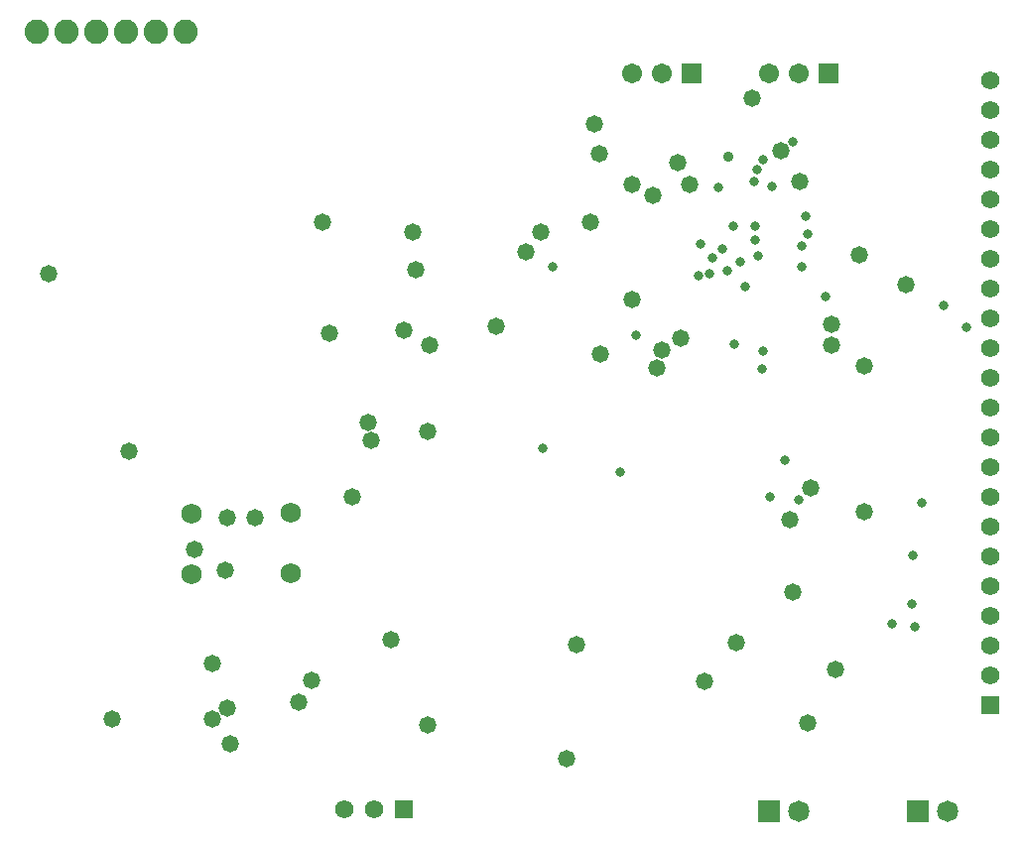
<source format=gbs>
%FSTAX23Y23*%
%MOIN*%
%SFA1B1*%

%IPPOS*%
%ADD73C,0.061940*%
%ADD74R,0.061940X0.061940*%
%ADD75R,0.067060X0.067060*%
%ADD76C,0.067060*%
%ADD77R,0.071780X0.071780*%
%ADD78C,0.071780*%
%ADD79C,0.068000*%
%ADD80C,0.082000*%
%ADD81R,0.061940X0.061940*%
%ADD82C,0.033000*%
%ADD83C,0.058000*%
%ADD84C,0.036000*%
%LNesp_stm_v2-1*%
%LPD*%
G54D73*
X0273Y02175D03*
X0283D03*
X049Y02625D03*
Y02725D03*
Y02825D03*
Y02925D03*
Y03025D03*
Y03125D03*
Y03225D03*
Y03325D03*
Y03425D03*
Y03525D03*
Y03625D03*
Y03725D03*
Y03825D03*
Y03925D03*
Y04025D03*
Y04125D03*
Y04225D03*
Y04325D03*
Y04425D03*
Y04525D03*
Y04625D03*
G54D74*
X0293Y02175D03*
G54D75*
X03895Y0465D03*
X04355D03*
G54D76*
X03795Y0465D03*
X03695D03*
X04255D03*
X04155D03*
G54D77*
X04155Y0217D03*
X04655D03*
G54D78*
X04255Y0217D03*
X04755D03*
G54D79*
X02549Y03174D03*
Y0297D03*
X02215Y02965D03*
Y0317D03*
G54D80*
X02195Y0479D03*
X02095D03*
X01995D03*
X01895D03*
X01795D03*
X01695D03*
G54D81*
X049Y02525D03*
G54D82*
X03955Y03975D03*
X04015Y03985D03*
X04Y0406D03*
X04035Y04135D03*
X03965Y0403D03*
X04075Y03932D03*
X03985Y04265D03*
X04165Y0427D03*
X04105Y04285D03*
X04135Y0436D03*
X04235Y0442D03*
X0482Y03795D03*
X04115Y04325D03*
X04743Y0387D03*
X04265Y04D03*
X04635Y02865D03*
X04285Y0411D03*
X04265Y0407D03*
X04255Y03215D03*
X0467Y03205D03*
X0411Y04135D03*
Y0409D03*
X04645Y0279D03*
X0406Y04015D03*
X0428Y0417D03*
X04345Y039D03*
X0421Y0335D03*
X0416Y03225D03*
X0464Y0303D03*
X03925Y04075D03*
X0412Y04035D03*
X0457Y028D03*
X03395Y0339D03*
X03655Y0331D03*
X0392Y0397D03*
X0343Y04D03*
X04132Y03655D03*
X04135Y03715D03*
X0404Y0374D03*
X0371Y0377D03*
G54D83*
X04225Y0315D03*
X04295Y03255D03*
X04235Y02905D03*
X03475Y02345D03*
X0351Y0273D03*
X02575Y02535D03*
X02285Y0248D03*
X0195D03*
X01735Y03975D03*
X0268Y03775D03*
X02885Y02745D03*
X02335Y02515D03*
X02285Y02665D03*
X02655Y0415D03*
X0281Y03475D03*
X0301Y03445D03*
X0282Y03415D03*
X02755Y03225D03*
X0243Y03155D03*
X02335D03*
X02005Y0338D03*
X02225Y0305D03*
X0233Y0298D03*
X02345Y02395D03*
X0262Y0261D03*
X03015Y03735D03*
X0293Y03785D03*
X0301Y0246D03*
X0438Y02645D03*
X04475Y03175D03*
Y03665D03*
X0296Y04115D03*
X0297Y0399D03*
X0334Y0405D03*
X0359Y03705D03*
X0385Y0435D03*
X0389Y04275D03*
X0324Y038D03*
X04045Y02735D03*
X0394Y02605D03*
X03795Y0372D03*
X0378Y0366D03*
X04285Y02465D03*
X03765Y0424D03*
X03585Y0438D03*
X03695Y04275D03*
X0357Y0448D03*
X0339Y04115D03*
X03555Y0415D03*
X04615Y0394D03*
X03695Y0389D03*
X041Y04565D03*
X0386Y0376D03*
X0426Y04285D03*
X04195Y0439D03*
X0446Y0404D03*
X04365Y03805D03*
Y03735D03*
G54D84*
X0402Y0437D03*
M02*
</source>
